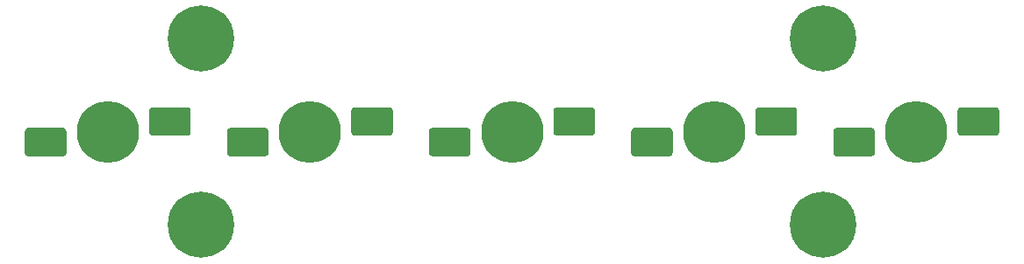
<source format=gts>
G04 #@! TF.GenerationSoftware,KiCad,Pcbnew,(5.1.4)-1*
G04 #@! TF.CreationDate,2020-09-24T22:32:13-04:00*
G04 #@! TF.ProjectId,Taillight,5461696c-6c69-4676-9874-2e6b69636164,rev?*
G04 #@! TF.SameCoordinates,Original*
G04 #@! TF.FileFunction,Soldermask,Top*
G04 #@! TF.FilePolarity,Negative*
%FSLAX46Y46*%
G04 Gerber Fmt 4.6, Leading zero omitted, Abs format (unit mm)*
G04 Created by KiCad (PCBNEW (5.1.4)-1) date 2020-09-24 22:32:13*
%MOMM*%
%LPD*%
G04 APERTURE LIST*
%ADD10C,0.800000*%
%ADD11C,6.400000*%
%ADD12C,0.100000*%
%ADD13C,2.750000*%
%ADD14C,6.000001*%
G04 APERTURE END LIST*
D10*
X131697056Y-107302944D03*
X130000000Y-106600000D03*
X128302944Y-107302944D03*
X127600000Y-109000000D03*
X128302944Y-110697056D03*
X130000000Y-111400000D03*
X131697056Y-110697056D03*
X132400000Y-109000000D03*
D11*
X130000000Y-109000000D03*
D10*
X71697056Y-107302944D03*
X70000000Y-106600000D03*
X68302944Y-107302944D03*
X67600000Y-109000000D03*
X68302944Y-110697056D03*
X70000000Y-111400000D03*
X71697056Y-110697056D03*
X72400000Y-109000000D03*
D11*
X70000000Y-109000000D03*
D10*
X131697056Y-89302944D03*
X130000000Y-88600000D03*
X128302944Y-89302944D03*
X127600000Y-91000000D03*
X128302944Y-92697056D03*
X130000000Y-93400000D03*
X131697056Y-92697056D03*
X132400000Y-91000000D03*
D11*
X130000000Y-91000000D03*
D10*
X71697056Y-89302944D03*
X70000000Y-88600000D03*
X68302944Y-89302944D03*
X67600000Y-91000000D03*
X68302944Y-92697056D03*
X70000000Y-93400000D03*
X71697056Y-92697056D03*
X72400000Y-91000000D03*
D11*
X70000000Y-91000000D03*
D12*
G36*
X68689943Y-97626655D02*
G01*
X68723312Y-97631605D01*
X68756035Y-97639802D01*
X68787797Y-97651166D01*
X68818293Y-97665590D01*
X68847227Y-97682932D01*
X68874323Y-97703028D01*
X68899318Y-97725682D01*
X68921972Y-97750677D01*
X68942068Y-97777773D01*
X68959410Y-97806707D01*
X68973834Y-97837203D01*
X68985198Y-97868965D01*
X68993395Y-97901688D01*
X68998345Y-97935057D01*
X69000000Y-97968750D01*
X69000000Y-100031250D01*
X68998345Y-100064943D01*
X68993395Y-100098312D01*
X68985198Y-100131035D01*
X68973834Y-100162797D01*
X68959410Y-100193293D01*
X68942068Y-100222227D01*
X68921972Y-100249323D01*
X68899318Y-100274318D01*
X68874323Y-100296972D01*
X68847227Y-100317068D01*
X68818293Y-100334410D01*
X68787797Y-100348834D01*
X68756035Y-100360198D01*
X68723312Y-100368395D01*
X68689943Y-100373345D01*
X68656250Y-100375000D01*
X65343750Y-100375000D01*
X65310057Y-100373345D01*
X65276688Y-100368395D01*
X65243965Y-100360198D01*
X65212203Y-100348834D01*
X65181707Y-100334410D01*
X65152773Y-100317068D01*
X65125677Y-100296972D01*
X65100682Y-100274318D01*
X65078028Y-100249323D01*
X65057932Y-100222227D01*
X65040590Y-100193293D01*
X65026166Y-100162797D01*
X65014802Y-100131035D01*
X65006605Y-100098312D01*
X65001655Y-100064943D01*
X65000000Y-100031250D01*
X65000000Y-97968750D01*
X65001655Y-97935057D01*
X65006605Y-97901688D01*
X65014802Y-97868965D01*
X65026166Y-97837203D01*
X65040590Y-97806707D01*
X65057932Y-97777773D01*
X65078028Y-97750677D01*
X65100682Y-97725682D01*
X65125677Y-97703028D01*
X65152773Y-97682932D01*
X65181707Y-97665590D01*
X65212203Y-97651166D01*
X65243965Y-97639802D01*
X65276688Y-97631605D01*
X65310057Y-97626655D01*
X65343750Y-97625000D01*
X68656250Y-97625000D01*
X68689943Y-97626655D01*
X68689943Y-97626655D01*
G37*
D13*
X67000000Y-99000000D03*
D12*
G36*
X56689943Y-99626655D02*
G01*
X56723312Y-99631605D01*
X56756035Y-99639802D01*
X56787797Y-99651166D01*
X56818293Y-99665590D01*
X56847227Y-99682932D01*
X56874323Y-99703028D01*
X56899318Y-99725682D01*
X56921972Y-99750677D01*
X56942068Y-99777773D01*
X56959410Y-99806707D01*
X56973834Y-99837203D01*
X56985198Y-99868965D01*
X56993395Y-99901688D01*
X56998345Y-99935057D01*
X57000000Y-99968750D01*
X57000000Y-102031250D01*
X56998345Y-102064943D01*
X56993395Y-102098312D01*
X56985198Y-102131035D01*
X56973834Y-102162797D01*
X56959410Y-102193293D01*
X56942068Y-102222227D01*
X56921972Y-102249323D01*
X56899318Y-102274318D01*
X56874323Y-102296972D01*
X56847227Y-102317068D01*
X56818293Y-102334410D01*
X56787797Y-102348834D01*
X56756035Y-102360198D01*
X56723312Y-102368395D01*
X56689943Y-102373345D01*
X56656250Y-102375000D01*
X53343750Y-102375000D01*
X53310057Y-102373345D01*
X53276688Y-102368395D01*
X53243965Y-102360198D01*
X53212203Y-102348834D01*
X53181707Y-102334410D01*
X53152773Y-102317068D01*
X53125677Y-102296972D01*
X53100682Y-102274318D01*
X53078028Y-102249323D01*
X53057932Y-102222227D01*
X53040590Y-102193293D01*
X53026166Y-102162797D01*
X53014802Y-102131035D01*
X53006605Y-102098312D01*
X53001655Y-102064943D01*
X53000000Y-102031250D01*
X53000000Y-99968750D01*
X53001655Y-99935057D01*
X53006605Y-99901688D01*
X53014802Y-99868965D01*
X53026166Y-99837203D01*
X53040590Y-99806707D01*
X53057932Y-99777773D01*
X53078028Y-99750677D01*
X53100682Y-99725682D01*
X53125677Y-99703028D01*
X53152773Y-99682932D01*
X53181707Y-99665590D01*
X53212203Y-99651166D01*
X53243965Y-99639802D01*
X53276688Y-99631605D01*
X53310057Y-99626655D01*
X53343750Y-99625000D01*
X56656250Y-99625000D01*
X56689943Y-99626655D01*
X56689943Y-99626655D01*
G37*
D13*
X55000000Y-101000000D03*
D14*
X61000000Y-100000000D03*
D12*
G36*
X88189943Y-97626655D02*
G01*
X88223312Y-97631605D01*
X88256035Y-97639802D01*
X88287797Y-97651166D01*
X88318293Y-97665590D01*
X88347227Y-97682932D01*
X88374323Y-97703028D01*
X88399318Y-97725682D01*
X88421972Y-97750677D01*
X88442068Y-97777773D01*
X88459410Y-97806707D01*
X88473834Y-97837203D01*
X88485198Y-97868965D01*
X88493395Y-97901688D01*
X88498345Y-97935057D01*
X88500000Y-97968750D01*
X88500000Y-100031250D01*
X88498345Y-100064943D01*
X88493395Y-100098312D01*
X88485198Y-100131035D01*
X88473834Y-100162797D01*
X88459410Y-100193293D01*
X88442068Y-100222227D01*
X88421972Y-100249323D01*
X88399318Y-100274318D01*
X88374323Y-100296972D01*
X88347227Y-100317068D01*
X88318293Y-100334410D01*
X88287797Y-100348834D01*
X88256035Y-100360198D01*
X88223312Y-100368395D01*
X88189943Y-100373345D01*
X88156250Y-100375000D01*
X84843750Y-100375000D01*
X84810057Y-100373345D01*
X84776688Y-100368395D01*
X84743965Y-100360198D01*
X84712203Y-100348834D01*
X84681707Y-100334410D01*
X84652773Y-100317068D01*
X84625677Y-100296972D01*
X84600682Y-100274318D01*
X84578028Y-100249323D01*
X84557932Y-100222227D01*
X84540590Y-100193293D01*
X84526166Y-100162797D01*
X84514802Y-100131035D01*
X84506605Y-100098312D01*
X84501655Y-100064943D01*
X84500000Y-100031250D01*
X84500000Y-97968750D01*
X84501655Y-97935057D01*
X84506605Y-97901688D01*
X84514802Y-97868965D01*
X84526166Y-97837203D01*
X84540590Y-97806707D01*
X84557932Y-97777773D01*
X84578028Y-97750677D01*
X84600682Y-97725682D01*
X84625677Y-97703028D01*
X84652773Y-97682932D01*
X84681707Y-97665590D01*
X84712203Y-97651166D01*
X84743965Y-97639802D01*
X84776688Y-97631605D01*
X84810057Y-97626655D01*
X84843750Y-97625000D01*
X88156250Y-97625000D01*
X88189943Y-97626655D01*
X88189943Y-97626655D01*
G37*
D13*
X86500000Y-99000000D03*
D12*
G36*
X76189943Y-99626655D02*
G01*
X76223312Y-99631605D01*
X76256035Y-99639802D01*
X76287797Y-99651166D01*
X76318293Y-99665590D01*
X76347227Y-99682932D01*
X76374323Y-99703028D01*
X76399318Y-99725682D01*
X76421972Y-99750677D01*
X76442068Y-99777773D01*
X76459410Y-99806707D01*
X76473834Y-99837203D01*
X76485198Y-99868965D01*
X76493395Y-99901688D01*
X76498345Y-99935057D01*
X76500000Y-99968750D01*
X76500000Y-102031250D01*
X76498345Y-102064943D01*
X76493395Y-102098312D01*
X76485198Y-102131035D01*
X76473834Y-102162797D01*
X76459410Y-102193293D01*
X76442068Y-102222227D01*
X76421972Y-102249323D01*
X76399318Y-102274318D01*
X76374323Y-102296972D01*
X76347227Y-102317068D01*
X76318293Y-102334410D01*
X76287797Y-102348834D01*
X76256035Y-102360198D01*
X76223312Y-102368395D01*
X76189943Y-102373345D01*
X76156250Y-102375000D01*
X72843750Y-102375000D01*
X72810057Y-102373345D01*
X72776688Y-102368395D01*
X72743965Y-102360198D01*
X72712203Y-102348834D01*
X72681707Y-102334410D01*
X72652773Y-102317068D01*
X72625677Y-102296972D01*
X72600682Y-102274318D01*
X72578028Y-102249323D01*
X72557932Y-102222227D01*
X72540590Y-102193293D01*
X72526166Y-102162797D01*
X72514802Y-102131035D01*
X72506605Y-102098312D01*
X72501655Y-102064943D01*
X72500000Y-102031250D01*
X72500000Y-99968750D01*
X72501655Y-99935057D01*
X72506605Y-99901688D01*
X72514802Y-99868965D01*
X72526166Y-99837203D01*
X72540590Y-99806707D01*
X72557932Y-99777773D01*
X72578028Y-99750677D01*
X72600682Y-99725682D01*
X72625677Y-99703028D01*
X72652773Y-99682932D01*
X72681707Y-99665590D01*
X72712203Y-99651166D01*
X72743965Y-99639802D01*
X72776688Y-99631605D01*
X72810057Y-99626655D01*
X72843750Y-99625000D01*
X76156250Y-99625000D01*
X76189943Y-99626655D01*
X76189943Y-99626655D01*
G37*
D13*
X74500000Y-101000000D03*
D14*
X80500000Y-100000000D03*
D12*
G36*
X107689943Y-97626655D02*
G01*
X107723312Y-97631605D01*
X107756035Y-97639802D01*
X107787797Y-97651166D01*
X107818293Y-97665590D01*
X107847227Y-97682932D01*
X107874323Y-97703028D01*
X107899318Y-97725682D01*
X107921972Y-97750677D01*
X107942068Y-97777773D01*
X107959410Y-97806707D01*
X107973834Y-97837203D01*
X107985198Y-97868965D01*
X107993395Y-97901688D01*
X107998345Y-97935057D01*
X108000000Y-97968750D01*
X108000000Y-100031250D01*
X107998345Y-100064943D01*
X107993395Y-100098312D01*
X107985198Y-100131035D01*
X107973834Y-100162797D01*
X107959410Y-100193293D01*
X107942068Y-100222227D01*
X107921972Y-100249323D01*
X107899318Y-100274318D01*
X107874323Y-100296972D01*
X107847227Y-100317068D01*
X107818293Y-100334410D01*
X107787797Y-100348834D01*
X107756035Y-100360198D01*
X107723312Y-100368395D01*
X107689943Y-100373345D01*
X107656250Y-100375000D01*
X104343750Y-100375000D01*
X104310057Y-100373345D01*
X104276688Y-100368395D01*
X104243965Y-100360198D01*
X104212203Y-100348834D01*
X104181707Y-100334410D01*
X104152773Y-100317068D01*
X104125677Y-100296972D01*
X104100682Y-100274318D01*
X104078028Y-100249323D01*
X104057932Y-100222227D01*
X104040590Y-100193293D01*
X104026166Y-100162797D01*
X104014802Y-100131035D01*
X104006605Y-100098312D01*
X104001655Y-100064943D01*
X104000000Y-100031250D01*
X104000000Y-97968750D01*
X104001655Y-97935057D01*
X104006605Y-97901688D01*
X104014802Y-97868965D01*
X104026166Y-97837203D01*
X104040590Y-97806707D01*
X104057932Y-97777773D01*
X104078028Y-97750677D01*
X104100682Y-97725682D01*
X104125677Y-97703028D01*
X104152773Y-97682932D01*
X104181707Y-97665590D01*
X104212203Y-97651166D01*
X104243965Y-97639802D01*
X104276688Y-97631605D01*
X104310057Y-97626655D01*
X104343750Y-97625000D01*
X107656250Y-97625000D01*
X107689943Y-97626655D01*
X107689943Y-97626655D01*
G37*
D13*
X106000000Y-99000000D03*
D12*
G36*
X95689943Y-99626655D02*
G01*
X95723312Y-99631605D01*
X95756035Y-99639802D01*
X95787797Y-99651166D01*
X95818293Y-99665590D01*
X95847227Y-99682932D01*
X95874323Y-99703028D01*
X95899318Y-99725682D01*
X95921972Y-99750677D01*
X95942068Y-99777773D01*
X95959410Y-99806707D01*
X95973834Y-99837203D01*
X95985198Y-99868965D01*
X95993395Y-99901688D01*
X95998345Y-99935057D01*
X96000000Y-99968750D01*
X96000000Y-102031250D01*
X95998345Y-102064943D01*
X95993395Y-102098312D01*
X95985198Y-102131035D01*
X95973834Y-102162797D01*
X95959410Y-102193293D01*
X95942068Y-102222227D01*
X95921972Y-102249323D01*
X95899318Y-102274318D01*
X95874323Y-102296972D01*
X95847227Y-102317068D01*
X95818293Y-102334410D01*
X95787797Y-102348834D01*
X95756035Y-102360198D01*
X95723312Y-102368395D01*
X95689943Y-102373345D01*
X95656250Y-102375000D01*
X92343750Y-102375000D01*
X92310057Y-102373345D01*
X92276688Y-102368395D01*
X92243965Y-102360198D01*
X92212203Y-102348834D01*
X92181707Y-102334410D01*
X92152773Y-102317068D01*
X92125677Y-102296972D01*
X92100682Y-102274318D01*
X92078028Y-102249323D01*
X92057932Y-102222227D01*
X92040590Y-102193293D01*
X92026166Y-102162797D01*
X92014802Y-102131035D01*
X92006605Y-102098312D01*
X92001655Y-102064943D01*
X92000000Y-102031250D01*
X92000000Y-99968750D01*
X92001655Y-99935057D01*
X92006605Y-99901688D01*
X92014802Y-99868965D01*
X92026166Y-99837203D01*
X92040590Y-99806707D01*
X92057932Y-99777773D01*
X92078028Y-99750677D01*
X92100682Y-99725682D01*
X92125677Y-99703028D01*
X92152773Y-99682932D01*
X92181707Y-99665590D01*
X92212203Y-99651166D01*
X92243965Y-99639802D01*
X92276688Y-99631605D01*
X92310057Y-99626655D01*
X92343750Y-99625000D01*
X95656250Y-99625000D01*
X95689943Y-99626655D01*
X95689943Y-99626655D01*
G37*
D13*
X94000000Y-101000000D03*
D14*
X100000000Y-100000000D03*
D12*
G36*
X127189943Y-97626655D02*
G01*
X127223312Y-97631605D01*
X127256035Y-97639802D01*
X127287797Y-97651166D01*
X127318293Y-97665590D01*
X127347227Y-97682932D01*
X127374323Y-97703028D01*
X127399318Y-97725682D01*
X127421972Y-97750677D01*
X127442068Y-97777773D01*
X127459410Y-97806707D01*
X127473834Y-97837203D01*
X127485198Y-97868965D01*
X127493395Y-97901688D01*
X127498345Y-97935057D01*
X127500000Y-97968750D01*
X127500000Y-100031250D01*
X127498345Y-100064943D01*
X127493395Y-100098312D01*
X127485198Y-100131035D01*
X127473834Y-100162797D01*
X127459410Y-100193293D01*
X127442068Y-100222227D01*
X127421972Y-100249323D01*
X127399318Y-100274318D01*
X127374323Y-100296972D01*
X127347227Y-100317068D01*
X127318293Y-100334410D01*
X127287797Y-100348834D01*
X127256035Y-100360198D01*
X127223312Y-100368395D01*
X127189943Y-100373345D01*
X127156250Y-100375000D01*
X123843750Y-100375000D01*
X123810057Y-100373345D01*
X123776688Y-100368395D01*
X123743965Y-100360198D01*
X123712203Y-100348834D01*
X123681707Y-100334410D01*
X123652773Y-100317068D01*
X123625677Y-100296972D01*
X123600682Y-100274318D01*
X123578028Y-100249323D01*
X123557932Y-100222227D01*
X123540590Y-100193293D01*
X123526166Y-100162797D01*
X123514802Y-100131035D01*
X123506605Y-100098312D01*
X123501655Y-100064943D01*
X123500000Y-100031250D01*
X123500000Y-97968750D01*
X123501655Y-97935057D01*
X123506605Y-97901688D01*
X123514802Y-97868965D01*
X123526166Y-97837203D01*
X123540590Y-97806707D01*
X123557932Y-97777773D01*
X123578028Y-97750677D01*
X123600682Y-97725682D01*
X123625677Y-97703028D01*
X123652773Y-97682932D01*
X123681707Y-97665590D01*
X123712203Y-97651166D01*
X123743965Y-97639802D01*
X123776688Y-97631605D01*
X123810057Y-97626655D01*
X123843750Y-97625000D01*
X127156250Y-97625000D01*
X127189943Y-97626655D01*
X127189943Y-97626655D01*
G37*
D13*
X125500000Y-99000000D03*
D12*
G36*
X115189943Y-99626655D02*
G01*
X115223312Y-99631605D01*
X115256035Y-99639802D01*
X115287797Y-99651166D01*
X115318293Y-99665590D01*
X115347227Y-99682932D01*
X115374323Y-99703028D01*
X115399318Y-99725682D01*
X115421972Y-99750677D01*
X115442068Y-99777773D01*
X115459410Y-99806707D01*
X115473834Y-99837203D01*
X115485198Y-99868965D01*
X115493395Y-99901688D01*
X115498345Y-99935057D01*
X115500000Y-99968750D01*
X115500000Y-102031250D01*
X115498345Y-102064943D01*
X115493395Y-102098312D01*
X115485198Y-102131035D01*
X115473834Y-102162797D01*
X115459410Y-102193293D01*
X115442068Y-102222227D01*
X115421972Y-102249323D01*
X115399318Y-102274318D01*
X115374323Y-102296972D01*
X115347227Y-102317068D01*
X115318293Y-102334410D01*
X115287797Y-102348834D01*
X115256035Y-102360198D01*
X115223312Y-102368395D01*
X115189943Y-102373345D01*
X115156250Y-102375000D01*
X111843750Y-102375000D01*
X111810057Y-102373345D01*
X111776688Y-102368395D01*
X111743965Y-102360198D01*
X111712203Y-102348834D01*
X111681707Y-102334410D01*
X111652773Y-102317068D01*
X111625677Y-102296972D01*
X111600682Y-102274318D01*
X111578028Y-102249323D01*
X111557932Y-102222227D01*
X111540590Y-102193293D01*
X111526166Y-102162797D01*
X111514802Y-102131035D01*
X111506605Y-102098312D01*
X111501655Y-102064943D01*
X111500000Y-102031250D01*
X111500000Y-99968750D01*
X111501655Y-99935057D01*
X111506605Y-99901688D01*
X111514802Y-99868965D01*
X111526166Y-99837203D01*
X111540590Y-99806707D01*
X111557932Y-99777773D01*
X111578028Y-99750677D01*
X111600682Y-99725682D01*
X111625677Y-99703028D01*
X111652773Y-99682932D01*
X111681707Y-99665590D01*
X111712203Y-99651166D01*
X111743965Y-99639802D01*
X111776688Y-99631605D01*
X111810057Y-99626655D01*
X111843750Y-99625000D01*
X115156250Y-99625000D01*
X115189943Y-99626655D01*
X115189943Y-99626655D01*
G37*
D13*
X113500000Y-101000000D03*
D14*
X119500000Y-100000000D03*
D12*
G36*
X146689943Y-97626655D02*
G01*
X146723312Y-97631605D01*
X146756035Y-97639802D01*
X146787797Y-97651166D01*
X146818293Y-97665590D01*
X146847227Y-97682932D01*
X146874323Y-97703028D01*
X146899318Y-97725682D01*
X146921972Y-97750677D01*
X146942068Y-97777773D01*
X146959410Y-97806707D01*
X146973834Y-97837203D01*
X146985198Y-97868965D01*
X146993395Y-97901688D01*
X146998345Y-97935057D01*
X147000000Y-97968750D01*
X147000000Y-100031250D01*
X146998345Y-100064943D01*
X146993395Y-100098312D01*
X146985198Y-100131035D01*
X146973834Y-100162797D01*
X146959410Y-100193293D01*
X146942068Y-100222227D01*
X146921972Y-100249323D01*
X146899318Y-100274318D01*
X146874323Y-100296972D01*
X146847227Y-100317068D01*
X146818293Y-100334410D01*
X146787797Y-100348834D01*
X146756035Y-100360198D01*
X146723312Y-100368395D01*
X146689943Y-100373345D01*
X146656250Y-100375000D01*
X143343750Y-100375000D01*
X143310057Y-100373345D01*
X143276688Y-100368395D01*
X143243965Y-100360198D01*
X143212203Y-100348834D01*
X143181707Y-100334410D01*
X143152773Y-100317068D01*
X143125677Y-100296972D01*
X143100682Y-100274318D01*
X143078028Y-100249323D01*
X143057932Y-100222227D01*
X143040590Y-100193293D01*
X143026166Y-100162797D01*
X143014802Y-100131035D01*
X143006605Y-100098312D01*
X143001655Y-100064943D01*
X143000000Y-100031250D01*
X143000000Y-97968750D01*
X143001655Y-97935057D01*
X143006605Y-97901688D01*
X143014802Y-97868965D01*
X143026166Y-97837203D01*
X143040590Y-97806707D01*
X143057932Y-97777773D01*
X143078028Y-97750677D01*
X143100682Y-97725682D01*
X143125677Y-97703028D01*
X143152773Y-97682932D01*
X143181707Y-97665590D01*
X143212203Y-97651166D01*
X143243965Y-97639802D01*
X143276688Y-97631605D01*
X143310057Y-97626655D01*
X143343750Y-97625000D01*
X146656250Y-97625000D01*
X146689943Y-97626655D01*
X146689943Y-97626655D01*
G37*
D13*
X145000000Y-99000000D03*
D12*
G36*
X134689943Y-99626655D02*
G01*
X134723312Y-99631605D01*
X134756035Y-99639802D01*
X134787797Y-99651166D01*
X134818293Y-99665590D01*
X134847227Y-99682932D01*
X134874323Y-99703028D01*
X134899318Y-99725682D01*
X134921972Y-99750677D01*
X134942068Y-99777773D01*
X134959410Y-99806707D01*
X134973834Y-99837203D01*
X134985198Y-99868965D01*
X134993395Y-99901688D01*
X134998345Y-99935057D01*
X135000000Y-99968750D01*
X135000000Y-102031250D01*
X134998345Y-102064943D01*
X134993395Y-102098312D01*
X134985198Y-102131035D01*
X134973834Y-102162797D01*
X134959410Y-102193293D01*
X134942068Y-102222227D01*
X134921972Y-102249323D01*
X134899318Y-102274318D01*
X134874323Y-102296972D01*
X134847227Y-102317068D01*
X134818293Y-102334410D01*
X134787797Y-102348834D01*
X134756035Y-102360198D01*
X134723312Y-102368395D01*
X134689943Y-102373345D01*
X134656250Y-102375000D01*
X131343750Y-102375000D01*
X131310057Y-102373345D01*
X131276688Y-102368395D01*
X131243965Y-102360198D01*
X131212203Y-102348834D01*
X131181707Y-102334410D01*
X131152773Y-102317068D01*
X131125677Y-102296972D01*
X131100682Y-102274318D01*
X131078028Y-102249323D01*
X131057932Y-102222227D01*
X131040590Y-102193293D01*
X131026166Y-102162797D01*
X131014802Y-102131035D01*
X131006605Y-102098312D01*
X131001655Y-102064943D01*
X131000000Y-102031250D01*
X131000000Y-99968750D01*
X131001655Y-99935057D01*
X131006605Y-99901688D01*
X131014802Y-99868965D01*
X131026166Y-99837203D01*
X131040590Y-99806707D01*
X131057932Y-99777773D01*
X131078028Y-99750677D01*
X131100682Y-99725682D01*
X131125677Y-99703028D01*
X131152773Y-99682932D01*
X131181707Y-99665590D01*
X131212203Y-99651166D01*
X131243965Y-99639802D01*
X131276688Y-99631605D01*
X131310057Y-99626655D01*
X131343750Y-99625000D01*
X134656250Y-99625000D01*
X134689943Y-99626655D01*
X134689943Y-99626655D01*
G37*
D13*
X133000000Y-101000000D03*
D14*
X139000000Y-100000000D03*
M02*

</source>
